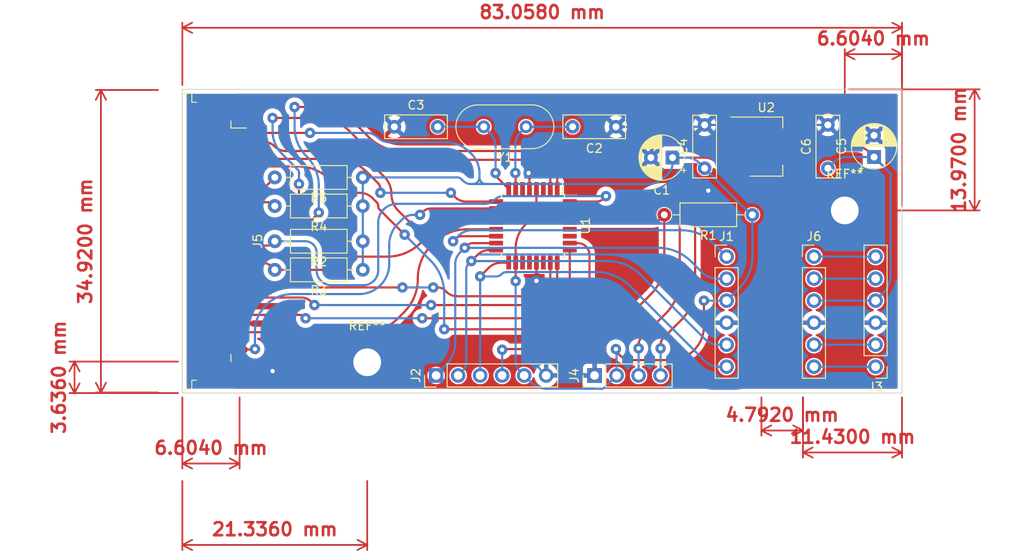
<source format=kicad_pcb>
(kicad_pcb (version 20211014) (generator pcbnew)
  (layers (0 "F.Cu" signal) (31 "B.Cu" signal) (34 "B.Paste" user) (35 "F.Paste" user) (36 "B.SilkS" user "B.Silkscreen") (37 "F.SilkS" user "F.Silkscreen") (38 "B.Mask" user) (39 "F.Mask" user) (44 "Edge.Cuts" user))
  (net 0 "")
  (net 1 "+5V")
  (net 2 "GND")
  (net 3 "+3.3V")
  (net 4 "Net-(J1-Pad1)")
  (net 5 "Net-(J1-Pad2)")
  (net 6 "Net-(J1-Pad5)")
  (net 7 "Net-(J1-Pad6)")
  (net 8 "Net-(J2-Pad4)")
  (net 9 "Net-(J4-Pad3)")
  (net 10 "Net-(J5-Pad2)")
  (net 11 "Net-(J5-Pad4)")
  (net 12 "Net-(J5-Pad6)")
  (net 14 "Net-(J5-Pad8)")
  (net 15 "Net-(J5-Pad9)")
  (net 16 "Net-(J5-Pad10)")
  (net 18 "Net-(J5-Pad12)")
  (net 20 "Net-(J5-Pad14)")
  (net 22 "Net-(J5-Pad16)")
  (net 24 "Net-(J5-Pad18)")
  (net 26 "Net-(J5-Pad20)")
  (net 27 "Net-(J5-Pad22)")
  (net 28 "Net-(J5-Pad24)")
  (net 29 "Net-(J4-Pad4)")
  (net 34 "Net-(J3-Pad1)")
  (net 35 "Net-(J3-Pad2)")
  (net 36 "Net-(J3-Pad5)")
  (net 37 "Net-(J3-Pad6)")
  (net 39 "Net-(C2-Pad2)")
  (net 40 "Net-(C3-Pad2)")
  (net 43 "Net-(J5-Pad26)")
  (footprint "Capacitor_THT:C_Disc_D7.0mm_W2.5mm_P5.00mm" (layer "F.Cu") (at 111.76 49.53 180)
    (fp_text reference "C2")
    (fp_text value "22pF")
  )
  (footprint "Connector_PinHeader_2.54mm:PinHeader_1x06_P2.54mm_Vertical" (layer "F.Cu") (at 141.732 77.216 180)
    (fp_text reference "J3")
    (fp_text value "Level shifter LV")
  )
  (footprint "Package_QFP:TQFP-32_7x7mm_P0.8mm" (layer "F.Cu") (at 102.188 60.96 -90)
    (fp_text reference "U1")
    (fp_text value "ATmega328PB-A")
  )
  (footprint "Connector_PinHeader_2.54mm:PinHeader_1x06_P2.54mm_Vertical" (layer "F.Cu") (at 91.012 78.232 90)
    (fp_text reference "J2")
    (fp_text value "ICSP - 328P")
  )
  (footprint "Package_TO_SOT_SMD:SOT-223-3_TabPin2" (layer "F.Cu") (at 129.112 51.816)
    (fp_text reference "U2")
    (fp_text value "AMS1117-3.3")
  )
  (footprint "Resistor_THT:R_Axial_DIN0207_L6.3mm_D2.5mm_P10.16mm_Horizontal" (layer "F.Cu") (at 82.55 62.738 180)
    (fp_text reference "R2")
    (fp_text value "1k")
  )
  (footprint "Crystal:Crystal_HC49-U_Vertical" (layer "F.Cu") (at 101.386 49.53 180)
    (fp_text reference "Y1")
    (fp_text value "16MHz")
  )
  (footprint "Connector_PinHeader_2.54mm:PinHeader_1x04_P2.54mm_Vertical" (layer "F.Cu") (at 109.3 78.232 90)
    (fp_text reference "J4")
    (fp_text value "Conn_01x04")
  )
  (footprint "Connector_PinHeader_2.54mm:PinHeader_1x06_P2.54mm_Vertical" (layer "F.Cu") (at 134.62 64.516)
    (fp_text reference "J6")
    (fp_text value "SD")
  )
  (footprint "Capacitor_THT:C_Disc_D7.0mm_W2.5mm_P5.00mm" (layer "F.Cu") (at 136.224 54.316 90)
    (fp_text reference "C6")
    (fp_text value "100nF")
  )
  (footprint "Resistor_THT:R_Axial_DIN0207_L6.3mm_D2.5mm_P10.16mm_Horizontal" (layer "F.Cu") (at 127.508 59.69 180)
    (fp_text reference "R1")
    (fp_text value "10k")
  )
  (footprint "Capacitor_THT:C_Disc_D7.0mm_W2.5mm_P5.00mm" (layer "F.Cu") (at 86.186 49.53)
    (fp_text reference "C3")
    (fp_text value "22pF")
  )
  (footprint "Connector_PinHeader_2.54mm:PinHeader_1x06_P2.54mm_Vertical" (layer "F.Cu") (at 124.54 64.516)
    (fp_text reference "J1")
    (fp_text value "Level shifter HV")
  )
  (footprint "Capacitor_THT:C_Disc_D7.0mm_W2.5mm_P5.00mm" (layer "F.Cu") (at 122 54.316 90)
    (fp_text reference "C4")
    (fp_text value "100nF")
  )
  (footprint "MountingHole:MountingHole_3.2mm_M3" (layer "F.Cu") (at 83.058 76.708)
    (fp_text reference "REF**")
    (fp_text value "MountingHole_3.2mm_M3")
  )
  (footprint "Resistor_THT:R_Axial_DIN0207_L6.3mm_D2.5mm_P10.16mm_Horizontal" (layer "F.Cu") (at 82.55 58.674 180)
    (fp_text reference "R4")
    (fp_text value "1k")
  )
  (footprint "Connector_FFC-FPC:TE_2-84953-6_1x26-1MP_P1.0mm_Horizontal" (layer "F.Cu") (at 66.414 62.738 -90)
    (fp_text reference "J5")
    (fp_text value "Floppy")
  )
  (footprint "Resistor_THT:R_Axial_DIN0207_L6.3mm_D2.5mm_P10.16mm_Horizontal" (layer "F.Cu") (at 82.55 55.372 180)
    (fp_text reference "R5")
    (fp_text value "1k")
  )
  (footprint "MountingHole:MountingHole_3.2mm_M3" (layer "F.Cu") (at 138.176 59.182)
    (fp_text reference "REF**")
    (fp_text value "MountingHole_3.2mm_M3")
  )
  (footprint "Capacitor_THT:CP_Radial_D5.0mm_P2.50mm" (layer "F.Cu") (at 118.299113 53.086 180)
    (fp_text reference "C1")
    (fp_text value "10uF")
  )
  (footprint "Capacitor_THT:CP_Radial_D5.0mm_P2.50mm" (layer "F.Cu") (at 141.558 53.021113 90)
    (fp_text reference "C5")
    (fp_text value "100uF")
  )
  (footprint "Resistor_THT:R_Axial_DIN0207_L6.3mm_D2.5mm_P10.16mm_Horizontal" (layer "F.Cu") (at 82.55 66.04 180)
    (fp_text reference "R3")
    (fp_text value "1k")
  )
  (gr_rect (start 61.722 45.212) (end 144.78 80.264) (layer "Edge.Cuts") (width 0.1) (fill none))
  (dimension (type aligned) (layer "F.Cu") (pts (xy 138.176 59.182) (xy 144.78 59.182)) (height -18.034) (gr_text "6.6040 mm" (at 141.478 39.348) (layer "F.Cu") (effects (font (size 1.5 1.5) (thickness 0.3)))) (format (units 3) (units_format 1) (precision 4)) (style (thickness 0.2) (arrow_length 1.27) (text_position_mode 0) (extension_height 0.58642) (extension_offset 0.5) keep_text_aligned))
  (dimension (type aligned) (layer "F.Cu") (pts (xy 138.176 59.182) (xy 138.176 45.212)) (height 14.986) (gr_text "13.9700 mm" (at 151.362 52.197 90) (layer "F.Cu") (effects (font (size 1.5 1.5) (thickness 0.3)))) (format (units 3) (units_format 1) (precision 4)) (style (thickness 0.2) (arrow_length 1.27) (text_position_mode 0) (extension_height 0.58642) (extension_offset 0.5) keep_text_aligned))
  (dimension (type aligned) (layer "F.Cu") (pts (xy 144.78 45.212) (xy 61.722 45.212)) (height 7.112) (gr_text "83.0580 mm" (at 103.251 36.3) (layer "F.Cu") (effects (font (size 1.5 1.5) (thickness 0.3)))) (format (units 3) (units_format 1) (precision 4)) (style (thickness 0.2) (arrow_length 1.27) (text_position_mode 0) (extension_height 0.58642) (extension_offset 0.5) keep_text_aligned))
  (dimension (type aligned) (layer "F.Cu") (pts (xy 61.722 80.264) (xy 61.722 76.628)) (height -12.446) (gr_text "3.6360 mm" (at 47.476 78.446 90) (layer "F.Cu") (effects (font (size 1.5 1.5) (thickness 0.3)))) (format (units 3) (units_format 1) (precision 4)) (style (thickness 0.2) (arrow_length 1.27) (text_position_mode 0) (extension_height 0.58642) (extension_offset 0.5) keep_text_aligned))
  (dimension (type aligned) (layer "F.Cu") (pts (xy 59.414 45.278) (xy 59.414 80.198)) (height 7.09) (gr_text "34.9200 mm" (at 50.524 62.738 90) (layer "F.Cu") (effects (font (size 1.5 1.5) (thickness 0.3)))) (format (units 3) (units_format 1) (precision 4)) (style (thickness 0.2) (arrow_length 1.27) (text_position_mode 0) (extension_height 0.58642) (extension_offset 0.5) keep_text_aligned))
  (dimension (type aligned) (layer "F.Cu") (pts (xy 128.558 80.264) (xy 133.35 80.264)) (height 4.318) (gr_text "4.7920 mm" (at 130.954 82.782) (layer "F.Cu") (effects (font (size 1.5 1.5) (thickness 0.3)))) (format (units 3) (units_format 1) (precision 4)) (style (thickness 0.2) (arrow_length 1.27) (text_position_mode 0) (extension_height 0.58642) (extension_offset 0.5) keep_text_aligned))
  (dimension (type aligned) (layer "F.Cu") (pts (xy 133.35 80.264) (xy 144.78 80.264)) (height 6.858) (gr_text "11.4300 mm" (at 139.065 85.322) (layer "F.Cu") (effects (font (size 1.5 1.5) (thickness 0.3)))) (format (units 3) (units_format 1) (precision 4)) (style (thickness 0.2) (arrow_length 1.27) (text_position_mode 0) (extension_height 0.58642) (extension_offset 0.5) keep_text_aligned))
  (dimension (type aligned) (layer "F.Cu") (pts (xy 83.058 89.916) (xy 61.722 89.916)) (height -7.874) (gr_text "21.3360 mm" (at 72.39 95.99) (layer "F.Cu") (effects (font (size 1.5 1.5) (thickness 0.3)))) (format (units 3) (units_format 1) (precision 4)) (style (thickness 0.2) (arrow_length 1.27) (text_position_mode 0) (extension_height 0.58642) (extension_offset 0.5) keep_text_aligned))
  (dimension (type aligned) (layer "F.Cu") (pts (xy 68.326 80.264) (xy 61.722 80.264)) (height -8.128) (gr_text "6.6040 mm" (at 65.024 86.592) (layer "F.Cu") (effects (font (size 1.5 1.5) (thickness 0.3)))) (format (units 3) (units_format 1) (precision 4)) (style (thickness 0.2) (arrow_length 1.27) (text_position_mode 0) (extension_height 0.58642) (extension_offset 0.5) keep_text_aligned))
  (segment (start 121.92 72.551553) (end 121.92 69.596) (width 0.25) (layer "F.Cu") (net 1))
  (segment (start 112.268 75.946) (end 111.849802 75.527802) (width 0.25) (layer "F.Cu") (net 1))
  (segment (start 100.188 66.5425) (end 100.188 67.0755) (width 0.25) (layer "F.Cu") (net 1))
  (segment (start 65.786 51.197394) (end 65.786 51.951206) (width 0.25) (layer "F.Cu") (net 1))
  (segment (start 76.454 50.238) (end 66.745394 50.238) (width 0.25) (layer "F.Cu") (net 1))
  (segment (start 122.03368 53.086) (end 118.299113 53.086) (width 0.25) (layer "F.Cu") (net 1))
  (segment (start 65.786 52.188793) (end 65.786 51.951206) (width 0.25) (layer "F.Cu") (net 1))
  (segment (start 100.188 66.276) (end 100.188 66.5425) (width 0.25) (layer "F.Cu") (net 1))
  (segment (start 101.586029 60.54597) (end 101.342704 60.789294) (width 0.25) (layer "F.Cu") (net 1))
  (segment (start 66.072793 52.238) (end 67.324 52.238) (width 0.25) (layer "F.Cu") (net 1))
  (segment (start 113.49442 76.454) (end 118.017553 76.454) (width 0.25) (layer "F.Cu") (net 1))
  (segment (start 100.188 64.144) (end 100.188 64.711) (width 0.25) (layer "F.Cu") (net 1))
  (segment (start 100.188 65.21) (end 100.188 66.276) (width 0.25) (layer "F.Cu") (net 1))
  (segment (start 65.786 52.188793) (end 65.786 53.572228) (width 0.25) (layer "F.Cu") (net 1))
  (segment (start 100.188 65.21) (end 100.188 64.711) (width 0.25) (layer "F.Cu") (net 1))
  (segment (start 66.451771 54.238) (end 67.324 54.238) (width 0.25) (layer "F.Cu") (net 1))
  (segment (start 124.520319 54.116) (end 125.962 54.116) (width 0.25) (layer "F.Cu") (net 1))
  (segment (start 100.188 67.342) (end 100.188 67.0755) (width 0.25) (layer "F.Cu") (net 1))
  (segment (start 102.588 58.127) (end 102.588 56.71) (width 0.25) (layer "F.Cu") (net 1))
  (segment (start 100.188 63.71875) (end 100.188 64.00225) (width 0.25) (layer "F.Cu") (net 1))
  (segment (start 100.188 63.71875) (end 100.188 63.577) (width 0.25) (layer "F.Cu") (net 1))
  (segment (start 100.188 64.00225) (end 100.188 64.144) (width 0.25) (layer "F.Cu") (net 1))
  (segment (start 111.76 75.184) (end 111.76 75.311) (width 0.25) (layer "F.Cu") (net 1))
  (via (at 100.188 67.342) (size 1.2) (drill 0.5) (layers "F.Cu" "B.Cu") (net 1))
  (via (at 121.92 69.596) (size 1.2) (drill 0.5) (layers "F.Cu" "B.Cu") (net 1))
  (via (at 76.454 50.238) (size 1.2) (drill 0.5) (layers "F.Cu" "B.Cu") (net 1))
  (via (at 111.76 75.184) (size 1.2) (drill 0.5) (layers "F.Cu" "B.Cu") (net 1))
  (arc (start 65.981 54.043) (mid 65.836678 53.827008) (end 65.786 53.572228) (width 0.25) (layer "F.Cu") (net 1))
  (arc (start 124.520319 54.116) (mid 123.847439 53.982155) (end 123.277 53.601) (width 0.25) (layer "F.Cu") (net 1))
  (arc (start 66.067 50.519) (mid 66.378249 50.311029) (end 66.745394 50.238) (width 0.25) (layer "F.Cu") (net 1))
  (arc (start 65.981 54.043) (mid 66.196991 54.187321) (end 66.451771 54.238) (width 0.25) (layer "F.Cu") (net 1))
  (arc (start 121.92 72.551553) (mid 121.622943 74.044955) (end 120.777 75.311) (width 0.25) (layer "F.Cu") (net 1))
  (arc (start 65.786 52.188793) (mid 65.816375 52.143333) (end 65.87 52.154) (width 0.25) (layer "F.Cu") (net 1))
  (arc (start 102.588 58.127) (mid 102.327596 59.436137) (end 101.586029 60.54597) (width 0.25) (layer "F.Cu") (net 1))
  (arc (start 65.87 52.154) (mid 65.963042 52.216169) (end 66.072793 52.238) (width 0.25) (layer "F.Cu") (net 1))
  (arc (start 101.342704 60.789294) (mid 100.488097 62.068304) (end 100.188 63.577) (width 0.25) (layer "F.Cu") (net 1))
  (arc (start 120.777 75.311) (mid 119.510955 76.156943) (end 118.017553 76.454) (width 0.25) (layer "F.Cu") (net 1))
  (arc (start 112.268 75.946) (mid 112.830686 76.321975) (end 113.49442 76.454) (width 0.25) (layer "F.Cu") (net 1))
  (arc (start 65.786 51.951206) (mid 65.80783 52.060957) (end 65.87 52.154) (width 0.25) (layer "F.Cu") (net 1))
  (arc (start 66.067 50.519) (mid 65.859029 50.830249) (end 65.786 51.197394) (width 0.25) (layer "F.Cu") (net 1))
  (arc (start 111.76 75.311) (mid 111.783338 75.428332) (end 111.849802 75.527802) (width 0.25) (layer "F.Cu") (net 1))
  (arc (start 123.277 53.601) (mid 122.706559 53.219844) (end 122.03368 53.086) (width 0.25) (layer "F.Cu") (net 1))
  (segment (start 110.0655 79.756) (end 109.8985 79.756) (width 0.25) (layer "B.Cu") (net 1))
  (segment (start 101.394 78.454) (end 101.664 78.724) (width 0.25) (layer "B.Cu") (net 1))
  (segment (start 96.774 56.134) (end 95.25 56.134) (width 0.25) (layer "B.Cu") (net 1))
  (segment (start 101.8665 78.9265) (end 101.934 78.994) (width 0.25) (layer "B.Cu") (net 1))
  (segment (start 110.149 79.756) (end 110.0655 79.756) (width 0.25) (layer "B.Cu") (net 1))
  (segment (start 96.774 56.134) (end 115.374646 56.134) (width 0.25) (layer "B.Cu") (net 1))
  (segment (start 121.385 53.701) (end 121.6925 54.0085) (width 0.25) (layer "B.Cu") (net 1))
  (segment (start 125.282 68.854) (end 126.024 68.112) (width 0.25) (layer "B.Cu") (net 1))
  (segment (start 83.009395 50.238) (end 76.454 50.238) (width 0.25) (layer "B.Cu") (net 1))
  (segment (start 103.77363 79.756) (end 109.481 79.756) (width 0.25) (layer "B.Cu") (net 1))
  (segment (start 111.8 75.224) (end 111.76 75.184) (width 0.25) (layer "B.Cu") (net 1))
  (segment (start 119.900258 53.086) (end 118.966556 53.086) (width 0.25) (layer "B.Cu") (net 1))
  (segment (start 101.7315 78.7915) (end 101.664 78.724) (width 0.25) (layer "B.Cu") (net 1))
  (segment (start 121.6925 54.0085) (end 122.3075 54.6235) (width 0.25) (layer "B.Cu") (net 1))
  (segment (start 94.107 55.753) (end 93.9165 55.5625) (width 0.25) (layer "B.Cu") (net 1))
  (segment (start 122.615 54.931) (end 122.3075 54.6235) (width 0.25) (layer "B.Cu") (net 1))
  (segment (start 122.615 54.931) (end 123.845 56.161) (width 0.25) (layer "B.Cu") (net 1))
  (segment (start 100.68 77.74) (end 101.394 78.454) (width 0.25) (layer "B.Cu") (net 1))
  (segment (start 111.078 78.994) (end 110.434086 79.637913) (width 0.25) (layer "B.Cu") (net 1))
  (segment (start 96.012 55.372) (end 96.012 54.864) (width 0.25) (layer "B.Cu") (net 1))
  (segment (start 111.84 77.154369) (end 111.84 75.320568) (width 0.25) (layer "B.Cu") (net 1))
  (segment (start 92.109553 51.308) (end 85.592604 51.308) (width 0.25) (layer "B.Cu") (net 1))
  (segment (start 95.026815 56.134) (end 95.25 56.134) (width 0.25) (layer "B.Cu") (net 1))
  (segment (start 127.508 64.529307) (end 127.508 59.69) (width 0.25) (layer "B.Cu") (net 1))
  (segment (start 101.7315 78.7915) (end 101.8665 78.9265) (width 0.25) (layer "B.Cu") (net 1))
  (segment (start 95.113974 52.695974) (end 94.869 52.451) (width 0.25) (layer "B.Cu") (net 1))
  (segment (start 100.188 67.342) (end 100.188 76.552206) (width 0.25) (layer "B.Cu") (net 1))
  (segment (start 117.442556 55.277443) (end 117.827159 54.89284) (width 0.25) (layer "B.Cu") (net 1))
  (segment (start 109.815 79.756) (end 109.481 79.756) (width 0.25) (layer "B.Cu") (net 1))
  (segment (start 109.815 79.756) (end 109.8985 79.756) (width 0.25) (layer "B.Cu") (net 1))
  (segment (start 93.456592 55.372) (end 82.55 55.372) (width 0.25) (layer "B.Cu") (net 1))
  (segment (start 123.490653 69.596) (end 121.92 69.596) (width 0.25) (layer "B.Cu") (net 1))
  (segment (start 123.845 56.161) (end 127.508 59.824) (width 0.25) (layer "B.Cu") (net 1))
  (segment (start 82.55 55.372) (end 82.55 66.04) (width 0.25) (layer "B.Cu") (net 1))
  (arc (start 127.508 64.529307) (mid 127.12232 66.468246) (end 126.024 68.112) (width 0.25) (layer "B.Cu") (net 1))
  (arc (start 83.009395 50.238) (mid 83.708406 50.377041) (end 84.301 50.773) (width 0.25) (layer "B.Cu") (net 1))
  (arc (start 111.84 77.154369) (mid 111.641962 78.14997) (end 111.078 78.994) (width 0.25) (layer "B.Cu") (net 1))
  (arc (start 96.012 55.372) (mid 96.235184 55.910815) (end 96.774 56.134) (width 0.25) (layer "B.Cu") (net 1))
  (arc (start 94.107 55.753) (mid 94.529014 56.034981) (end 95.026815 56.134) (width 0.25) (layer "B.Cu") (net 1))
  (arc (start 96.012 55.372) (mid 95.788815 55.910815) (end 95.25 56.134) (width 0.25) (layer "B.Cu") (net 1))
  (arc (start 94.869 52.451) (mid 93.602955 51.605056) (end 92.109553 51.308) (width 0.25) (layer "B.Cu") (net 1))
  (arc (start 100.68 77.74) (mid 100.315866 77.195035) (end 100.188 76.552206) (width 0.25) (layer "B.Cu") (net 1))
  (arc (start 103.77363 79.756) (mid 102.778029 79.557962) (end 101.934 78.994) (width 0.25) (layer "B.Cu") (net 1))
  (arc (start 118.299113 53.753443) (mid 118.176456 54.37008) (end 117.827159 54.89284) (width 0.25) (layer "B.Cu") (net 1))
  (arc (start 96.012 54.864) (mid 95.77861 53.690672) (end 95.113974 52.695974) (width 0.25) (layer "B.Cu") (net 1))
  (arc (start 111.8 75.224) (mid 111.829604 75.268305) (end 111.84 75.320568) (width 0.25) (layer "B.Cu") (net 1))
  (arc (start 93.9165 55.5625) (mid 93.705492 55.421509) (end 93.456592 55.372) (width 0.25) (layer "B.Cu") (net 1))
  (arc (start 117.442556 55.277443) (mid 116.493791 55.911388) (end 115.374646 56.134) (width 0.25) (layer "B.Cu") (net 1))
  (arc (start 125.282 68.854) (mid 124.460123 69.40316) (end 123.490653 69.596) (width 0.25) (layer "B.Cu") (net 1))
  (arc (start 121.385 53.701) (mid 120.703794 53.245833) (end 119.900258 53.086) (width 0.25) (layer "B.Cu") (net 1))
  (arc (start 84.301 50.773) (mid 84.893593 51.168958) (end 85.592604 51.308) (width 0.25) (layer "B.Cu") (net 1))
  (arc (start 110.149 79.756) (mid 110.303287 79.72531) (end 110.434086 79.637913) (width 0.25) (layer "B.Cu") (net 1))
  (arc (start 118.299113 53.753443) (mid 118.494602 53.281489) (end 118.966556 53.086) (width 0.25) (layer "B.Cu") (net 1))
  (segment (start 66.7385 77.4065) (end 66.8655 77.5335) (width 0.25) (layer "F.Cu") (net 2))
  (segment (start 102.588 67.31) (end 102.588 65.21) (width 0.25) (layer "F.Cu") (net 2))
  (segment (start 65.786 74.143102) (end 65.786 73.684897) (width 0.25) (layer "F.Cu") (net 2))
  (segment (start 66.339102 74.238) (end 67.324 74.238) (width 0.25) (layer "F.Cu") (net 2))
  (segment (start 65.786 73.684897) (end 65.786 72.208124) (width 0.25) (layer "F.Cu") (net 2))
  (segment (start 101.788 55.048367) (end 101.788 56.71) (width 0.25) (layer "F.Cu") (net 2))
  (segment (start 65.786 72.063875) (end 65.786 72.208124) (width 0.25) (layer "F.Cu") (net 2))
  (segment (start 66.424457 70.238) (end 67.324 70.238) (width 0.25) (layer "F.Cu") (net 2))
  (segment (start 122.176864 51.308) (end 117.576018 51.308) (width 0.25) (layer "F.Cu") (net 2))
  (segment (start 65.960124 72.238) (end 67.324 72.238) (width 0.25) (layer "F.Cu") (net 2))
  (segment (start 101.68 54.864) (end 101.734 54.918) (width 0.25) (layer "F.Cu") (net 2))
  (segment (start 124.339999 50.411999) (end 124.97932 49.772679) (width 0.25) (layer "F.Cu") (net 2))
  (segment (start 125.599 49.516) (end 125.962 49.516) (width 0.25) (layer "F.Cu") (net 2))
  (segment (start 116.319556 51.828443) (end 116.059721 52.088277) (width 0.25) (layer "F.Cu") (net 2))
  (segment (start 67.235605 77.724) (end 72.136 77.724) (width 0.25) (layer "F.Cu") (net 2))
  (segment (start 66.7385 77.4065) (end 66.294 76.962) (width 0.25) (layer "F.Cu") (net 2))
  (segment (start 66.929 77.597) (end 66.8655 77.5335) (width 0.25) (layer "F.Cu") (net 2))
  (segment (start 115.799113 52.717443) (end 115.799113 53.086) (width 0.25) (layer "F.Cu") (net 2))
  (segment (start 65.786 75.735579) (end 65.786 74.143102) (width 0.25) (layer "F.Cu") (net 2))
  (segment (start 65.786 70.876457) (end 65.786 72.063875) (width 0.25) (layer "F.Cu") (net 2))
  (via (at 72.136 77.724) (size 1.2) (drill 0.5) (layers "F.Cu" "B.Cu") (net 2))
  (via (at 101.68 54.864) (size 1.2) (drill 0.5) (layers "F.Cu" "B.Cu") (net 2))
  (via (at 122.428 56.896) (size 1.2) (drill 0.5) (layers "F.Cu" "B.Cu") (net 2))
  (via (at 102.588 67.31) (size 1.2) (drill 0.5) (layers "F.Cu" "B.Cu") (net 2))
  (arc (start 65.786 75.735579) (mid 65.918024 76.399313) (end 66.294 76.962) (width 0.25) (layer "F.Cu") (net 2))
  (arc (start 67.235605 77.724) (mid 67.069671 77.690993) (end 66.929 77.597) (width 0.25) (layer "F.Cu") (net 2))
  (arc (start 65.786 70.876457) (mid 65.834599 70.63213) (end 65.973 70.425) (width 0.25) (layer "F.Cu") (net 2))
  (arc (start 65.960124 72.238) (mid 65.893489 72.224745) (end 65.837 72.187) (width 0.25) (layer "F.Cu") (net 2))
  (arc (start 65.837 72.187) (mid 65.804442 72.180523) (end 65.786 72.208124) (width 0.25) (layer "F.Cu") (net 2))
  (arc (start 65.948 74.076) (mid 65.844581 74.055428) (end 65.786 74.143102) (width 0.25) (layer "F.Cu") (net 2))
  (arc (start 124.339999 50.411999) (mid 123.347544 51.075136) (end 122.176864 51.308) (width 0.25) (layer "F.Cu") (net 2))
  (arc (start 116.319556 51.828443) (mid 116.896025 51.443258) (end 117.576018 51.308) (width 0.25) (layer "F.Cu") (net 2))
  (arc (start 101.788 55.048367) (mid 101.773965 54.977812) (end 101.734 54.918) (width 0.25) (layer "F.Cu") (net 2))
  (arc (start 115.799113 52.717443) (mid 115.866842 52.376941) (end 116.059721 52.088277) (width 0.25) (layer "F.Cu") (net 2))
  (arc (start 65.973 70.425) (mid 66.18013 70.286599) (end 66.424457 70.238) (width 0.25) (layer "F.Cu") (net 2))
  (arc (start 66.339102 74.238) (mid 66.127439 74.195897) (end 65.948 74.076) (width 0.25) (layer "F.Cu") (net 2))
  (arc (start 65.948 74.076) (mid 65.828102 73.89656) (end 65.786 73.684897) (width 0.25) (layer "F.Cu") (net 2))
  (arc (start 65.786 72.063875) (mid 65.799254 72.130509) (end 65.837 72.187) (width 0.25) (layer "F.Cu") (net 2))
  (arc (start 125.599 49.516) (mid 125.263631 49.582708) (end 124.97932 49.772679) (width 0.25) (layer "F.Cu") (net 2))
  (segment (start 115.841597 49.53) (end 115.806402 49.53) (width 0.25) (layer "B.Cu") (net 2))
  (segment (start 112.632272 73.66) (end 116.165159 73.66) (width 0.25) (layer "B.Cu") (net 2))
  (segment (start 86.738901 48.977098) (end 86.186 49.53) (width 0.25) (layer "B.Cu") (net 2))
  (segment (start 87.665098 48.050901) (end 86.738901 48.977098) (width 0.25) (layer "B.Cu") (net 2))
  (segment (start 123.10284 79.756) (end 125.355269 79.756) (width 0.25) (layer "B.Cu") (net 2))
  (segment (start 131.536213 72.136) (end 130.054927 72.136) (width 0.25) (layer "B.Cu") (net 2))
  (segment (start 108.019792 53.270207) (end 110.743999 50.545999) (width 0.25) (layer "B.Cu") (net 2))
  (segment (start 133.327213 72.136) (end 131.536213 72.136) (width 0.25) (layer "B.Cu") (net 2))
  (segment (start 129.257715 72.136) (end 129.314284 72.136) (width 0.25) (layer "B.Cu") (net 2))
  (segment (start 140.519144 72.136) (end 141.732 72.136) (width 0.25) (layer "B.Cu") (net 2))
  (segment (start 129.326 72.067715) (end 129.326 72.124284) (width 0.25) (layer "B.Cu") (net 2))
  (segment (start 113.19684 49.53) (end 115.806402 49.53) (width 0.25) (layer "B.Cu") (net 2))
  (segment (start 115.799113 49.572484) (end 115.799113 53.086) (width 0.25) (layer "B.Cu") (net 2))
  (segment (start 121.634679 49.53) (end 115.841597 49.53) (width 0.25) (layer "B.Cu") (net 2))
  (segment (start 88.128197 47.587802) (end 87.665098 48.050901) (width 0.25) (layer "B.Cu") (net 2))
  (segment (start 120.65 78.74) (end 120.35242 78.44242) (width 0.25) (layer "B.Cu") (net 2))
  (segment (start 134.189071 72.136) (end 133.327213 72.136) (width 0.25) (layer "B.Cu") (net 2))
  (segment (start 107.99 78.232) (end 104.506788 78.232) (width 0.25) (layer "B.Cu") (net 2))
  (segment (start 126.982856 49.316) (end 122.15132 49.316) (width 0.25) (layer "B.Cu") (net 2))
  (segment (start 104.172036 54.864) (end 101.68 54.864) (width 0.25) (layer "B.Cu") (net 2))
  (segment (start 110.226309 74.68569) (end 110.276 74.636) (width 0.25) (layer "B.Cu") (net 2))
  (segment (start 88.5355 47.498) (end 88.4085 47.498) (width 0.25) (layer "B.Cu") (net 2))
  (segment (start 138.093432 72.136) (end 135.050929 72.136) (width 0.25) (layer "B.Cu") (net 2))
  (segment (start 135.050929 72.136) (end 134.189071 72.136) (width 0.25) (layer "B.Cu") (net 2))
  (segment (start 129.326 51.315998) (end 129.326 72.067715) (width 0.25) (layer "B.Cu") (net 2))
  (segment (start 102.588 67.31) (end 102.588 76.313211) (width 0.25) (layer "B.Cu") (net 2))
  (segment (start 130.054927 72.136) (end 129.314284 72.136) (width 0.25) (layer "B.Cu") (net 2))
  (segment (start 118.618 74.676) (end 118.915579 74.973579) (width 0.25) (layer "B.Cu") (net 2))
  (segment (start 138.281256 50.521113) (end 141.558 50.521113) (width 0.25) (layer "B.Cu") (net 2))
  (segment (start 131.325998 49.316) (end 135.371856 49.316) (width 0.25) (layer "B.Cu") (net 2))
  (segment (start 108.291159 47.498) (end 88.5355 47.498) (width 0.25) (layer "B.Cu") (net 2))
  (segment (start 129.257715 72.136) (end 124.54 72.136) (width 0.25) (layer "B.Cu") (net 2))
  (segment (start 129.326 75.785269) (end 129.326 72.124284) (width 0.25) (layer "B.Cu") (net 2))
  (segment (start 88.4085 47.498) (end 88.345 47.498) (width 0.25) (layer "B.Cu") (net 2))
  (segment (start 140.519144 72.136) (end 138.093432 72.136) (width 0.25) (layer "B.Cu") (net 2))
  (segment (start 126.982856 49.316) (end 131.325998 49.316) (width 0.25) (layer "B.Cu") (net 2))
  (arc (start 115.841597 49.53) (mid 115.825339 49.533233) (end 115.811556 49.542443) (width 0.25) (layer "B.Cu") (net 2))
  (arc (start 128.163 78.593) (mid 129.023746 77.304802) (end 129.326 75.785269) (width 0.25) (layer "B.Cu") (net 2))
  (arc (start 136.826556 49.918556) (mid 136.159134 49.472599) (end 135.371856 49.316) (width 0.25) (layer "B.Cu") (net 2))
  (arc (start 103.15 77.67) (mid 103.772499 78.08594) (end 104.506788 78.232) (width 0.25) (layer "B.Cu") (net 2))
  (arc (start 129.306 72.116) (mid 129.283846 72.130802) (end 129.257715 72.136) (width 0.25) (layer "B.Cu") (net 2))
  (arc (start 115.811556 49.542443) (mid 115.802346 49.556226) (end 115.799113 49.572484) (width 0.25) (layer "B.Cu") (net 2))
  (arc (start 88.128197 47.587802) (mid 88.227667 47.521338) (end 88.345 47.498) (width 0.25) (layer "B.Cu") (net 2))
  (arc (start 121.634679 49.53) (mid 121.774481 49.502191) (end 121.893 49.423) (width 0.25) (layer "B.Cu") (net 2))
  (arc (start 112.632272 73.66) (mid 111.357066 73.913654) (end 110.276 74.636) (width 0.25) (layer "B.Cu") (net 2))
  (arc (start 129.326 51.315998) (mid 129.911785 49.901785) (end 131.325998 49.316) (width 0.25) (layer "B.Cu") (net 2))
  (arc (start 109.3 76.922) (mid 109.540739 75.711717) (end 110.226309 74.68569) (width 0.25) (layer "B.Cu") (net 2))
  (arc (start 110.744 48.514) (mid 111.16484 49.529999) (end 110.743999 50.545999) (width 0.25) (layer "B.Cu") (net 2))
  (arc (start 120.65 78.74) (mid 121.775372 79.49195) (end 123.10284 79.756) (width 0.25) (layer "B.Cu") (net 2))
  (arc (start 129.306 72.116) (mid 129.30346 72.128767) (end 129.314284 72.136) (width 0.25) (layer "B.Cu") (net 2))
  (arc (start 108.019792 53.270207) (mid 106.254426 54.449786) (end 104.172036 54.864) (width 0.25) (layer "B.Cu") (net 2))
  (arc (start 128.163 78.593) (mid 126.874802 79.453746) (end 125.355269 79.756) (width 0.25) (layer "B.Cu") (net 2))
  (arc (start 109.3 76.922) (mid 108.916309 77.848309) (end 107.99 78.232) (width 0.25) (layer "B.Cu") (net 2))
  (arc (start 120.35242 78.44242) (mid 119.820711 77.646661) (end 119.634 76.708) (width 0.25) (layer "B.Cu") (net 2))
  (arc (start 102.588 76.313211) (mid 102.734059 77.0475) (end 103.15 77.67) (width 0.25) (layer "B.Cu") (net 2))
  (arc (start 115.806402 49.53) (mid 115.813136 49.534499) (end 115.811556 49.542443) (width 0.25) (layer "B.Cu") (net 2))
  (arc (start 136.826556 49.918556) (mid 137.493978 50.364513) (end 138.281256 50.521113) (width 0.25) (layer "B.Cu") (net 2))
  (arc (start 118.618 74.676) (mid 117.492626 73.924049) (end 116.165159 73.66) (width 0.25) (layer "B.Cu") (net 2))
  (arc (start 129.306 72.116) (mid 129.320802 72.093846) (end 129.326 72.067715) (width 0.25) (layer "B.Cu") (net 2))
  (arc (start 122.15132 49.316) (mid 122.011518 49.343808) (end 121.893 49.423) (width 0.25) (layer "B.Cu") (net 2))
  (arc (start 113.19684 49.53) (mid 111.869372 49.794049) (end 110.743999 50.545999) (width 0.25) (layer "B.Cu") (net 2))
  (arc (start 119.634 76.708) (mid 119.447288 75.769338) (end 118.915579 74.973579) (width 0.25) (layer "B.Cu") (net 2))
  (arc (start 110.744 48.514) (mid 111.869372 49.26595) (end 113.19684 49.53) (width 0.25) (layer "B.Cu") (net 2))
  (arc (start 129.326 51.315998) (mid 128.639709 49.901785) (end 126.982856 49.316) (width 0.25) (layer "B.Cu") (net 2))
  (arc (start 129.306 72.116) (mid 129.318767 72.11346) (end 129.326 72.124284) (width 0.25) (layer "B.Cu") (net 2))
  (arc (start 110.744 48.514) (mid 109.618626 47.762049) (end 108.291159 47.498) (width 0.25) (layer "B.Cu") (net 2))
  (segment (start 126.951214 51.816) (end 125.962 51.816) (width 0.25) (layer "F.Cu") (net 3))
  (segment (start 132.444358 51.816) (end 132.079642 51.816) (width 0.25) (layer "F.Cu") (net 3))
  (segment (start 138.224515 51.816) (end 135.67206 51.816) (width 0.25) (layer "F.Cu") (net 3))
  (segment (start 132.079642 51.816) (end 131.714926 51.816) (width 0.25) (layer "F.Cu") (net 3))
  (segment (start 139.500743 51.816) (end 138.224515 51.816) (width 0.25) (layer "F.Cu") (net 3))
  (segment (start 135.67206 51.816) (end 132.444358 51.816) (width 0.25) (layer "F.Cu") (net 3))
  (segment (start 128.929642 51.816) (end 126.951214 51.816) (width 0.25) (layer "F.Cu") (net 3))
  (segment (start 140.955443 52.418556) (end 141.558 53.021113) (width 0.25) (layer "F.Cu") (net 3))
  (segment (start 128.929642 51.816) (end 131.714926 51.816) (width 0.25) (layer "F.Cu") (net 3))
  (arc (start 139.500743 51.816) (mid 140.288021 51.972599) (end 140.955443 52.418556) (width 0.25) (layer "F.Cu") (net 3))
  (segment (start 142.412164 53.875276) (end 142.439443 53.902555) (width 0.25) (layer "B.Cu") (net 3))
  (segment (start 140.513341 69.596) (end 134.62 69.596) (width 0.25) (layer "B.Cu") (net 3))
  (segment (start 142.412164 53.875276) (end 142.357607 53.820719) (width 0.25) (layer "B.Cu") (net 3))
  (segment (start 142.439443 53.902555) (end 142.466722 53.929834) (width 0.25) (layer "B.Cu") (net 3))
  (segment (start 141.652556 53.021113) (end 141.747113 53.021113) (width 0.25) (layer "B.Cu") (net 3))
  (segment (start 136.871443 53.668556) (end 136.224 54.316) (width 0.25) (layer "B.Cu") (net 3))
  (segment (start 142.357607 53.820719) (end 141.624861 53.087974) (width 0.25) (layer "B.Cu") (net 3))
  (segment (start 142.466722 53.929834) (end 143.428166 54.891278) (width 0.25) (layer "B.Cu") (net 3))
  (segment (start 143.428166 54.891278) (end 143.482722 54.945834) (width 0.25) (layer "B.Cu") (net 3))
  (segment (start 141.463443 53.021113) (end 138.43451 53.021113) (width 0.25) (layer "B.Cu") (net 3))
  (segment (start 142.439443 53.902555) (end 142.466722 53.929834) (width 0.25) (layer "B.Cu") (net 3))
  (segment (start 142.412164 53.875276) (end 142.439443 53.902555) (width 0.25) (layer "B.Cu") (net 3))
  (segment (start 142.357607 53.820719) (end 142.412164 53.875276) (width 0.25) (layer "B.Cu") (net 3))
  (segment (start 142.466722 53.929834) (end 142.494 53.957113) (width 0.25) (layer "B.Cu") (net 3))
  (segment (start 143.455444 54.957132) (end 143.455444 66.653897) (width 0.25) (layer "B.Cu") (net 3))
  (segment (start 141.463443 53.021113) (end 141.652556 53.021113) (width 0.25) (layer "B.Cu") (net 3))
  (segment (start 143.482722 54.945834) (end 143.51 54.973112) (width 0.25) (layer "B.Cu") (net 3))
  (arc (start 141.463443 53.021113) (mid 141.550802 53.038489) (end 141.624861 53.087974) (width 0.25) (layer "B.Cu") (net 3))
  (arc (start 142.439443 53.902555) (mid 142.439443 53.902555) (end 142.439443 53.902555) (width 0.25) (layer "B.Cu") (net 3))
  (arc (start 142.466722 53.929834) (mid 142.466721 53.929833) (end 142.466722 53.929834) (width 0.25) (layer "B.Cu") (net 3))
  (arc (start 143.455444 54.957132) (mid 143.465308 54.942369) (end 143.482722 54.945834) (width 0.25) (layer "B.Cu") (net 3))
  (arc (start 142.593722 68.734278) (mid 141.639235 69.372045) (end 140.513341 69.596) (width 0.25) (layer "B.Cu") (net 3))
  (arc (start 141.652556 53.021113) (mid 141.61637 53.04529) (end 141.624861 53.087974) (width 0.25) (layer "B.Cu") (net 3))
  (arc (start 142.412164 53.875276) (mid 142.412164 53.875276) (end 142.412164 53.875276) (width 0.25) (layer "B.Cu") (net 3))
  (arc (start 143.455444 54.957132) (mid 143.448354 54.921492) (end 143.428166 54.891278) (width 0.25) (layer "B.Cu") (net 3))
  (arc (start 143.455444 66.653897) (mid 143.231489 67.779791) (end 142.593722 68.734278) (width 0.25) (layer "B.Cu") (net 3))
  (arc (start 136.871443 53.668556) (mid 137.588584 53.189377) (end 138.43451 53.021113) (width 0.25) (layer "B.Cu") (net 3))
  (segment (start 93.950707 62.16) (end 97.938 62.16) (width 0.25) (layer "F.Cu") (net 4))
  (segment (start 92.964 62.738) (end 93.253 62.449) (width 0.25) (layer "F.Cu") (net 4))
  (via (at 92.964 62.738) (size 1.2) (drill 0.5) (layers "F.Cu" "B.Cu") (net 4))
  (arc (start 93.950707 62.16) (mid 93.57311 62.235108) (end 93.253 62.449) (width 0.25) (layer "F.Cu") (net 4))
  (segment (start 93.599 62.103) (end 92.964 62.738) (width 0.25) (layer "B.Cu") (net 4))
  (segment (start 95.132025 61.468) (end 119.336738 61.468) (width 0.25) (layer "B.Cu") (net 4))
  (segment (start 123.016 62.992) (end 124.54 64.516) (width 0.25) (layer "B.Cu") (net 4))
  (arc (start 119.336738 61.468) (mid 121.32794 61.864074) (end 123.016 62.992) (width 0.25) (layer "B.Cu") (net 4))
  (arc (start 93.599 62.103) (mid 94.302357 61.633031) (end 95.132025 61.468) (width 0.25) (layer "B.Cu") (net 4))
  (segment (start 95.235837 62.96) (end 97.938 62.96) (width 0.25) (layer "F.Cu") (net 5))
  (segment (start 94.314 63.5) (end 94.584 63.23) (width 0.25) (layer "F.Cu") (net 5))
  (via (at 94.314 63.5) (size 1.2) (drill 0.5) (layers "F.Cu" "B.Cu") (net 5))
  (arc (start 94.584 63.23) (mid 94.883065 63.03017) (end 95.235837 62.96) (width 0.25) (layer "F.Cu") (net 5))
  (segment (start 121.681295 66.309295) (end 120.465792 65.093792) (width 0.25) (layer "B.Cu") (net 5))
  (segment (start 91.012 78.192) (end 91.012 78.232) (width 0.25) (layer "B.Cu") (net 5))
  (segment (start 94.314 63.5) (end 116.618036 63.5) (width 0.25) (layer "B.Cu") (net 5))
  (segment (start 93.218 65.370989) (end 93.218 74.386122) (width 0.25) (layer "B.Cu") (net 5))
  (segment (start 123.484 67.056) (end 124.54 67.056) (width 0.25) (layer "B.Cu") (net 5))
  (segment (start 93.766 64.048) (end 94.314 63.5) (width 0.25) (layer "B.Cu") (net 5))
  (segment (start 92.115 77.049) (end 91.040284 78.123715) (width 0.25) (layer "B.Cu") (net 5))
  (arc (start 92.115 77.049) (mid 92.931339 75.827261) (end 93.218 74.386122) (width 0.25) (layer "B.Cu") (net 5))
  (arc (start 121.681295 66.309295) (mid 122.508383 66.861937) (end 123.484 67.056) (width 0.25) (layer "B.Cu") (net 5))
  (arc (start 93.766 64.048) (mid 93.36042 64.654992) (end 93.218 65.370989) (width 0.25) (layer "B.Cu") (net 5))
  (arc (start 116.618036 63.5) (mid 118.700426 63.914213) (end 120.465792 65.093792) (width 0.25) (layer "B.Cu") (net 5))
  (arc (start 91.012 78.192) (mid 91.01935 78.155044) (end 91.040284 78.123715) (width 0.25) (layer "B.Cu") (net 5))
  (segment (start 95.775021 64.324978) (end 95.076 65.024) (width 0.25) (layer "F.Cu") (net 6))
  (segment (start 97.139 63.76) (end 97.938 63.76) (width 0.25) (layer "F.Cu") (net 6))
  (via (at 95.076 65.024) (size 1.2) (drill 0.5) (layers "F.Cu" "B.Cu") (net 6))
  (arc (start 97.139 63.76) (mid 96.40082 63.906832) (end 95.775021 64.324978) (width 0.25) (layer "F.Cu") (net 6))
  (segment (start 110.776036 65.024) (end 95.076 65.024) (width 0.25) (layer "B.Cu") (net 6))
  (segment (start 122.025097 74.019097) (end 114.623792 66.617792) (width 0.25) (layer "B.Cu") (net 6))
  (segment (start 94.488 76.634148) (end 94.488 66.027778) (width 0.25) (layer "B.Cu") (net 6))
  (segment (start 94.782 65.318) (end 95.076 65.024) (width 0.25) (layer "B.Cu") (net 6))
  (segment (start 94.02 77.764) (end 93.552 78.232) (width 0.25) (layer "B.Cu") (net 6))
  (segment (start 123.611 74.676) (end 124.54 74.676) (width 0.25) (layer "B.Cu") (net 6))
  (arc (start 123.611 74.676) (mid 122.752715 74.505276) (end 122.025097 74.019097) (width 0.25) (layer "B.Cu") (net 6))
  (arc (start 94.782 65.318) (mid 94.564408 65.643649) (end 94.488 66.027778) (width 0.25) (layer "B.Cu") (net 6))
  (arc (start 110.776036 65.024) (mid 112.858426 65.438213) (end 114.623792 66.617792) (width 0.25) (layer "B.Cu") (net 6))
  (arc (start 94.488 76.634148) (mid 94.36637 77.245619) (end 94.02 77.764) (width 0.25) (layer "B.Cu") (net 6))
  (segment (start 96.092 66.802) (end 97.081545 65.812454) (width 0.25) (layer "F.Cu") (net 7))
  (segment (start 98.536 65.21) (end 99.388 65.21) (width 0.25) (layer "F.Cu") (net 7))
  (via (at 96.092 66.802) (size 1.2) (drill 0.5) (layers "F.Cu" "B.Cu") (net 7))
  (arc (start 98.536 65.21) (mid 97.748854 65.366572) (end 97.081545 65.812454) (width 0.25) (layer "F.Cu") (net 7))
  (segment (start 96.092 66.802) (end 97.938789 66.802) (width 0.25) (layer "B.Cu") (net 7))
  (segment (start 122.025097 76.559097) (end 113.353792 67.887792) (width 0.25) (layer "B.Cu") (net 7))
  (segment (start 123.611 77.216) (end 124.54 77.216) (width 0.25) (layer "B.Cu") (net 7))
  (segment (start 99.16521 66.294) (end 109.506036 66.294) (width 0.25) (layer "B.Cu") (net 7))
  (segment (start 96.092 66.802) (end 96.092 78.232) (width 0.25) (layer "B.Cu") (net 7))
  (arc (start 109.506036 66.294) (mid 111.588426 66.708213) (end 113.353792 67.887792) (width 0.25) (layer "B.Cu") (net 7))
  (arc (start 98.552 66.548) (mid 98.833343 66.360012) (end 99.16521 66.294) (width 0.25) (layer "B.Cu") (net 7))
  (arc (start 123.611 77.216) (mid 122.752715 77.045276) (end 122.025097 76.559097) (width 0.25) (layer "B.Cu") (net 7))
  (arc (start 98.552 66.548) (mid 98.270656 66.735987) (end 97.938789 66.802) (width 0.25) (layer "B.Cu") (net 7))
  (segment (start 115.754207 68.903792) (end 111.067792 73.590207) (width 0.25) (layer "F.Cu") (net 8))
  (segment (start 98.672 75.224) (end 98.632 75.264) (width 0.25) (layer "F.Cu") (net 8))
  (segment (start 117.348 60.305182) (end 117.348 65.056036) (width 0.25) (layer "F.Cu") (net 8))
  (segment (start 115.862817 60.56) (end 106.438 60.56) (width 0.25) (layer "F.Cu") (net 8))
  (segment (start 107.220036 75.184) (end 98.768568 75.184) (width 0.25) (layer "F.Cu") (net 8))
  (via (at 98.632 75.264) (size 1.2) (drill 0.5) (layers "F.Cu" "B.Cu") (net 8))
  (arc (start 115.754207 68.903792) (mid 116.933786 67.138426) (end 117.348 65.056036) (width 0.25) (layer "F.Cu") (net 8))
  (arc (start 116.913 60.125) (mid 117.190697 60.069762) (end 117.348 60.305182) (width 0.25) (layer "F.Cu") (net 8))
  (arc (start 98.672 75.224) (mid 98.716305 75.194395) (end 98.768568 75.184) (width 0.25) (layer "F.Cu") (net 8))
  (arc (start 115.862817 60.56) (mid 116.431171 60.446947) (end 116.913 60.125) (width 0.25) (layer "F.Cu") (net 8))
  (arc (start 107.220036 75.184) (mid 109.302426 74.769786) (end 111.067792 73.590207) (width 0.25) (layer "F.Cu") (net 8))
  (segment (start 98.632 75.264) (end 98.632 78.232) (width 0.25) (layer "B.Cu") (net 8))
  (segment (start 117.205128 58.166) (end 118.258789 58.166) (width 0.25) (layer "F.Cu") (net 9))
  (segment (start 117.532207 71.062792) (end 114.694308 73.90069) (width 0.25) (layer "F.Cu") (net 9))
  (segment (start 119.126 67.215036) (end 119.126 59.03321) (width 0.25) (layer "F.Cu") (net 9))
  (segment (start 113.356871 59.76) (end 106.438 59.76) (width 0.25) (layer "F.Cu") (net 9))
  (segment (start 114.38 75.104) (end 114.38 74.6595) (width 0.25) (layer "F.Cu") (net 9))
  (via (at 114.38 75.104) (size 1.2) (drill 0.5) (layers "F.Cu" "B.Cu") (net 9))
  (arc (start 115.281 58.963) (mid 116.163797 58.373133) (end 117.205128 58.166) (width 0.25) (layer "F.Cu") (net 9))
  (arc (start 118.872 58.42) (mid 119.059987 58.701343) (end 119.126 59.03321) (width 0.25) (layer "F.Cu") (net 9))
  (arc (start 115.281 58.963) (mid 114.398202 59.552866) (end 113.356871 59.76) (width 0.25) (layer "F.Cu") (net 9))
  (arc (start 118.872 58.42) (mid 118.590656 58.232012) (end 118.258789 58.166) (width 0.25) (layer "F.Cu") (net 9))
  (arc (start 114.38 74.6595) (mid 114.461685 74.248835) (end 114.694308 73.90069) (width 0.25) (layer "F.Cu") (net 9))
  (arc (start 117.532207 71.062792) (mid 118.711786 69.297426) (end 119.126 67.215036) (width 0.25) (layer "F.Cu") (net 9))
  (segment (start 114.38 75.104) (end 114.38 78.232) (width 0.25) (layer "B.Cu") (net 9))
  (segment (start 90.644312 60.371687) (end 90.656 60.36) (width 0.25) (layer "F.Cu") (net 10))
  (segment (start 79.788036 52.324) (end 73.665917 52.324) (width 0.25) (layer "F.Cu") (net 10))
  (segment (start 71.044082 51.238) (end 68.214 51.238) (width 0.25) (layer "F.Cu") (net 10))
  (segment (start 92.104528 59.76) (end 97.938 59.76) (width 0.25) (layer "F.Cu") (net 10))
  (segment (start 87.803687 60.371687) (end 86.660223 59.228223) (width 0.25) (layer "F.Cu") (net 10))
  (segment (start 83.635792 53.917792) (end 85.043776 55.325776) (width 0.25) (layer "F.Cu") (net 10))
  (arc (start 85.043776 55.325776) (mid 85.641949 56.221005) (end 85.852 57.277) (width 0.25) (layer "F.Cu") (net 10))
  (arc (start 90.656 60.36) (mid 91.32059 59.915934) (end 92.104528 59.76) (width 0.25) (layer "F.Cu") (net 10))
  (arc (start 71.044082 51.238) (mid 71.753545 51.379121) (end 72.355 51.781) (width 0.25) (layer "F.Cu") (net 10))
  (arc (start 73.665917 52.324) (mid 72.956454 52.182878) (end 72.355 51.781) (width 0.25) (layer "F.Cu") (net 10))
  (arc (start 90.644312 60.371687) (mid 89.992667 60.807102) (end 89.224 60.96) (width 0.25) (layer "F.Cu") (net 10))
  (arc (start 87.803687 60.371687) (mid 88.455332 60.807102) (end 89.224 60.96) (width 0.25) (layer "F.Cu") (net 10))
  (arc (start 86.660223 59.228223) (mid 86.06205 58.332994) (end 85.852 57.277) (width 0.25) (layer "F.Cu") (net 10))
  (arc (start 83.635792 53.917792) (mid 81.870426 52.738213) (end 79.788036 52.324) (width 0.25) (layer "F.Cu") (net 10))
  (segment (start 79.341212 53.238) (end 67.324 53.238) (width 0.25) (layer "F.Cu") (net 11))
  (segment (start 94.434177 58.16) (end 97.938 58.16) (width 0.25) (layer "F.Cu") (net 11))
  (segment (start 84.284301 56.010283) (end 83.047009 54.772991) (width 0.25) (layer "F.Cu") (net 11))
  (segment (start 92.71 57.15) (end 93.215 57.655) (width 0.25) (layer "F.Cu") (net 11))
  (segment (start 84.582 57.15) (end 84.582 56.728991) (width 0.25) (layer "F.Cu") (net 11))
  (via (at 92.71 57.15) (size 1.2) (drill 0.5) (layers "F.Cu" "B.Cu") (net 11))
  (via (at 84.582 57.15) (size 1.2) (drill 0.5) (layers "F.Cu" "B.Cu") (net 11))
  (arc (start 84.284301 56.010283) (mid 84.50463 56.340029) (end 84.582 56.728991) (width 0.25) (layer "F.Cu") (net 11))
  (arc (start 83.047009 54.772991) (mid 81.346775 53.636931) (end 79.341212 53.238) (width 0.25) (layer "F.Cu") (net 11))
  (arc (start 94.434177 58.16) (mid 93.774363 58.028754) (end 93.215 57.655) (width 0.25) (layer "F.Cu") (net 11))
  (segment (start 92.71 57.15) (end 84.582 57.15) (width 0.25) (layer "B.Cu") (net 11))
  (segment (start 107.356557 62.96) (end 106.438 62.96) (width 0.25) (layer "F.Cu") (net 12))
  (segment (start 108.712 67.694738) (end 108.712 64.315442) (width 0.25) (layer "F.Cu") (net 12))
  (segment (start 82.159974 57.15) (end 81.661 57.15) (width 0.25) (layer "F.Cu") (net 12))
  (segment (start 84.148394 58.240394) (end 83.693 57.785) (width 0.25) (layer "F.Cu") (net 12))
  (segment (start 68.926726 55.238) (end 67.324 55.238) (width 0.25) (layer "F.Cu") (net 12))
  (segment (start 103.508738 72.898) (end 91.948 72.898) (width 0.25) (layer "F.Cu") (net 12))
  (segment (start 78.74 55.626) (end 79.276171 56.162171) (width 0.25) (layer "F.Cu") (net 12))
  (segment (start 87.376 61.976) (end 84.507605 59.107605) (width 0.25) (layer "F.Cu") (net 12))
  (segment (start 71.669273 54.102) (end 75.060738 54.102) (width 0.25) (layer "F.Cu") (net 12))
  (via (at 87.376 61.976) (size 1.2) (drill 0.5) (layers "F.Cu" "B.Cu") (net 12))
  (via (at 91.948 72.898) (size 1.2) (drill 0.5) (layers "F.Cu" "B.Cu") (net 12))
  (arc (start 82.159974 57.15) (mid 82.989641 57.315031) (end 83.693 57.785) (width 0.25) (layer "F.Cu") (net 12))
  (arc (start 78.74 55.626) (mid 77.05194 54.498074) (end 75.060738 54.102) (width 0.25) (layer "F.Cu") (net 12))
  (arc (start 108.712 67.694738) (mid 108.315925 69.68594) (end 107.188 71.374) (width 0.25) (layer "F.Cu") (net 12))
  (arc (start 107.356557 62.96) (mid 107.875262 63.063176) (end 108.315 63.357) (width 0.25) (layer "F.Cu") (net 12))
  (arc (start 84.328 58.674) (mid 84.374677 58.908665) (end 84.507605 59.107605) (width 0.25) (layer "F.Cu") (net 12))
  (arc (start 79.276171 56.162171) (mid 80.37034 56.893271) (end 81.661 57.15) (width 0.25) (layer "F.Cu") (net 12))
  (arc (start 71.669273 54.102) (mid 70.927145 54.249618) (end 70.298 54.67) (width 0.25) (layer "F.Cu") (net 12))
  (arc (start 84.328 58.674) (mid 84.281321 58.439334) (end 84.148394 58.240394) (width 0.25) (layer "F.Cu") (net 12))
  (arc (start 108.712 64.315442) (mid 108.608823 63.796737) (end 108.315 63.357) (width 0.25) (layer "F.Cu") (net 12))
  (arc (start 68.926726 55.238) (mid 69.668854 55.090381) (end 70.298 54.67) (width 0.25) (layer "F.Cu") (net 12))
  (arc (start 103.508738 72.898) (mid 105.49994 72.501925) (end 107.188 71.374) (width 0.25) (layer "F.Cu") (net 12))
  (segment (start 90.354207 64.954207) (end 87.376 61.976) (width 0.25) (layer "B.Cu") (net 12))
  (segment (start 91.948 68.801963) (end 91.948 72.898) (width 0.25) (layer "B.Cu") (net 12))
  (arc (start 90.354207 64.954207) (mid 91.533786 66.719572) (end 91.948 68.801963) (width 0.25) (layer "B.Cu") (net 12))
  (segment (start 69.369 57.238) (end 68.214 57.238) (width 0.25) (layer "F.Cu") (net 14))
  (segment (start 71.340708 56.421291) (end 72.39 55.372) (width 0.25) (layer "F.Cu") (net 14))
  (arc (start 69.369 57.238) (mid 70.43608 57.025744) (end 71.340708 56.421291) (width 0.25) (layer "F.Cu") (net 14))
  (segment (start 72.172 58.456) (end 72.39 58.674) (width 0.25) (layer "F.Cu") (net 15))
  (segment (start 71.645701 58.238) (end 68.214 58.238) (width 0.25) (layer "F.Cu") (net 15))
  (arc (start 72.172 58.456) (mid 71.930532 58.294656) (end 71.645701 58.238) (width 0.25) (layer "F.Cu") (net 15))
  (segment (start 75.184 56.134) (end 75.184 58.463579) (width 0.25) (layer "F.Cu") (net 16))
  (segment (start 72.052822 60.198) (end 73.449579 60.198) (width 0.25) (layer "F.Cu") (net 16))
  (segment (start 104.188 54.722756) (end 104.188 56.71) (width 0.25) (layer "F.Cu") (net 16))
  (segment (start 69.735177 59.238) (end 68.214 59.238) (width 0.25) (layer "F.Cu") (net 16))
  (segment (start 77.248036 48.514) (end 72.136 48.514) (width 0.25) (layer "F.Cu") (net 16))
  (segment (start 82.734207 51.746207) (end 81.095792 50.107792) (width 0.25) (layer "F.Cu") (net 16))
  (segment (start 86.581963 53.34) (end 102.805243 53.34) (width 0.25) (layer "F.Cu") (net 16))
  (via (at 75.184 56.134) (size 1.2) (drill 0.5) (layers "F.Cu" "B.Cu") (net 16))
  (via (at 72.136 48.514) (size 1.2) (drill 0.5) (layers "F.Cu" "B.Cu") (net 16))
  (arc (start 70.894 59.718) (mid 70.362327 59.362747) (end 69.735177 59.238) (width 0.25) (layer "F.Cu") (net 16))
  (arc (start 102.805243 53.34) (mid 103.334401 53.445256) (end 103.783 53.745) (width 0.25) (layer "F.Cu") (net 16))
  (arc (start 86.581963 53.34) (mid 84.499572 52.925786) (end 82.734207 51.746207) (width 0.25) (layer "F.Cu") (net 16))
  (arc (start 74.676 59.69) (mid 74.113313 60.065975) (end 73.449579 60.198) (width 0.25) (layer "F.Cu") (net 16))
  (arc (start 77.248036 48.514) (mid 79.330426 48.928213) (end 81.095792 50.107792) (width 0.25) (layer "F.Cu") (net 16))
  (arc (start 74.676 59.69) (mid 75.051975 59.127313) (end 75.184 58.463579) (width 0.25) (layer "F.Cu") (net 16))
  (arc (start 104.188 54.722756) (mid 104.082743 54.193598) (end 103.783 53.745) (width 0.25) (layer "F.Cu") (net 16))
  (arc (start 70.894 59.718) (mid 71.425672 60.073252) (end 72.052822 60.198) (width 0.25) (layer "F.Cu") (net 16))
  (segment (start 74.8665 54.2925) (end 74.9935 54.4195) (width 0.25) (layer "B.Cu") (net 16))
  (segment (start 74.803 54.229) (end 74.8665 54.2925) (width 0.25) (layer "B.Cu") (net 16))
  (segment (start 72.136 48.514) (end 72.136 50.038) (width 0.25) (layer "B.Cu") (net 16))
  (segment (start 74.549 53.975) (end 74.803 54.229) (width 0.25) (layer "B.Cu") (net 16))
  (segment (start 75.184 56.134) (end 75.184 54.789605) (width 0.25) (layer "B.Cu") (net 16))
  (segment (start 74.9935 54.4195) (end 75.057 54.483) (width 0.25) (layer "B.Cu") (net 16))
  (segment (start 74.549 53.975) (end 73.21363 52.63963) (width 0.25) (layer "B.Cu") (net 16))
  (arc (start 72.136 50.038) (mid 72.416066 51.445992) (end 73.21363 52.63963) (width 0.25) (layer "B.Cu") (net 16))
  (arc (start 75.184 54.789605) (mid 75.150993 54.623671) (end 75.057 54.483) (width 0.25) (layer "B.Cu") (net 16))
  (segment (start 77.47 59.436) (end 76.569 60.337) (width 0.25) (layer "F.Cu") (net 18))
  (segment (start 74.676 47.244) (end 77.502036 47.244) (width 0.25) (layer "F.Cu") (net 18))
  (segment (start 103.106768 52.324) (end 87.089963 52.324) (width 0.25) (layer "F.Cu") (net 18))
  (segment (start 81.349792 48.837792) (end 83.242207 50.730207) (width 0.25) (layer "F.Cu") (net 18))
  (segment (start 104.988 54.205231) (end 104.988 56.71) (width 0.25) (layer "F.Cu") (net 18))
  (segment (start 74.393793 61.238) (end 68.214 61.238) (width 0.25) (layer "F.Cu") (net 18))
  (via (at 74.676 47.244) (size 1.2) (drill 0.5) (layers "F.Cu" "B.Cu") (net 18))
  (via (at 77.47 59.436) (size 1.2) (drill 0.5) (layers "F.Cu" "B.Cu") (net 18))
  (arc (start 87.089963 52.324) (mid 85.007572 51.909786) (end 83.242207 50.730207) (width 0.25) (layer "F.Cu") (net 18))
  (arc (start 81.349792 48.837792) (mid 79.584426 47.658213) (end 77.502036 47.244) (width 0.25) (layer "F.Cu") (net 18))
  (arc (start 74.393793 61.238) (mid 75.571006 61.003837) (end 76.569 60.337) (width 0.25) (layer "F.Cu") (net 18))
  (arc (start 104.988 54.205231) (mid 104.844799 53.485315) (end 104.437 52.875) (width 0.25) (layer "F.Cu") (net 18))
  (arc (start 103.106768 52.324) (mid 103.826684 52.4672) (end 104.437 52.875) (width 0.25) (layer "F.Cu") (net 18))
  (segment (start 74.676 49.586343) (end 74.676 47.244) (width 0.25) (layer "B.Cu") (net 18))
  (segment (start 77.47 56.331656) (end 77.47 59.436) (width 0.25) (layer "B.Cu") (net 18))
  (arc (start 76.073 52.959) (mid 77.106931 54.506387) (end 77.47 56.331656) (width 0.25) (layer "B.Cu") (net 18))
  (arc (start 76.073 52.959) (mid 75.039068 51.411611) (end 74.676 49.586343) (width 0.25) (layer "B.Cu") (net 18))
  (segment (start 72.14 62.988) (end 72.39 62.738) (width 0.25) (layer "F.Cu") (net 20))
  (segment (start 109.545351 58.16) (end 106.438 58.16) (width 0.25) (layer "F.Cu") (net 20))
  (segment (start 71.536446 63.238) (end 67.324 63.238) (width 0.25) (layer "F.Cu") (net 20))
  (segment (start 110.301 57.847) (end 110.614 57.534) (width 0.25) (layer "F.Cu") (net 20))
  (via (at 110.614 57.534) (size 1.2) (drill 0.5) (layers "F.Cu" "B.Cu") (net 20))
  (arc (start 110.301 57.847) (mid 109.954305 58.078653) (end 109.545351 58.16) (width 0.25) (layer "F.Cu") (net 20))
  (arc (start 71.536446 63.238) (mid 71.863087 63.173027) (end 72.14 62.988) (width 0.25) (layer "F.Cu") (net 20))
  (segment (start 84.328 60.588025) (end 84.328 66.083579) (width 0.25) (layer "B.Cu") (net 20))
  (segment (start 110.614 57.534) (end 98.794496 57.534) (width 0.25) (layer "B.Cu") (net 20))
  (segment (start 86.496025 58.42) (end 96.655503 58.42) (width 0.25) (layer "B.Cu") (net 20))
  (segment (start 77.216 66.083579) (end 77.216 64.038815) (width 0.25) (layer "B.Cu") (net 20))
  (segment (start 75.915184 62.738) (end 72.39 62.738) (width 0.25) (layer "B.Cu") (net 20))
  (segment (start 82.593579 67.818) (end 78.95042 67.818) (width 0.25) (layer "B.Cu") (net 20))
  (arc (start 77.216 66.083579) (mid 77.348024 66.747313) (end 77.724 67.31) (width 0.25) (layer "B.Cu") (net 20))
  (arc (start 97.725 57.977) (mid 98.215689 57.649131) (end 98.794496 57.534) (width 0.25) (layer "B.Cu") (net 20))
  (arc (start 86.496025 58.42) (mid 85.666357 58.585031) (end 84.963 59.055) (width 0.25) (layer "B.Cu") (net 20))
  (arc (start 83.82 67.31) (mid 83.257313 67.685975) (end 82.593579 67.818) (width 0.25) (layer "B.Cu") (net 20))
  (arc (start 77.724 67.31) (mid 78.286686 67.685975) (end 78.95042 67.818) (width 0.25) (layer "B.Cu") (net 20))
  (arc (start 76.835 63.119) (mid 77.116981 63.541014) (end 77.216 64.038815) (width 0.25) (layer "B.Cu") (net 20))
  (arc (start 76.835 63.119) (mid 76.412984 62.837018) (end 75.915184 62.738) (width 0.25) (layer "B.Cu") (net 20))
  (arc (start 97.725 57.977) (mid 97.23431 58.304868) (end 96.655503 58.42) (width 0.25) (layer "B.Cu") (net 20))
  (arc (start 84.328 60.588025) (mid 84.493031 59.758357) (end 84.963 59.055) (width 0.25) (layer "B.Cu") (net 20))
  (arc (start 83.82 67.31) (mid 84.195975 66.747313) (end 84.328 66.083579) (width 0.25) (layer "B.Cu") (net 20))
  (segment (start 78.424369 66.04) (end 72.957099 66.04) (width 0.25) (layer "F.Cu") (net 22))
  (segment (start 71.0209 65.238) (end 67.324 65.238) (width 0.25) (layer "F.Cu") (net 22))
  (segment (start 85.376036 64.516) (end 82.10363 64.516) (width 0.25) (layer "F.Cu") (net 22))
  (segment (start 93.839963 60.56) (end 97.938 60.56) (width 0.25) (layer "F.Cu") (net 22))
  (segment (start 89.992206 62.153792) (end 89.223792 62.922207) (width 0.25) (layer "F.Cu") (net 22))
  (arc (start 78.424369 66.04) (mid 79.41997 65.841962) (end 80.264 65.278) (width 0.25) (layer "F.Cu") (net 22))
  (arc (start 72.957099 66.04) (mid 72.433167 65.935783) (end 71.989 65.639) (width 0.25) (layer "F.Cu") (net 22))
  (arc (start 80.264 65.278) (mid 81.108029 64.714037) (end 82.10363 64.516) (width 0.25) (layer "F.Cu") (net 22))
  (arc (start 85.376036 64.516) (mid 87.458426 64.101786) (end 89.223792 62.922207) (width 0.25) (layer "F.Cu") (net 22))
  (arc (start 89.992206 62.153792) (mid 91.757572 60.974213) (end 93.839963 60.56) (width 0.25) (layer "F.Cu") (net 22))
  (arc (start 71.0209 65.238) (mid 71.544832 65.342216) (end 71.989 65.639) (width 0.25) (layer "F.Cu") (net 22))
  (segment (start 70.231 67.691) (end 69.958 67.418) (width 0.25) (layer "F.Cu") (net 24))
  (segment (start 104.188 66.838033) (end 104.188 65.21) (width 0.25) (layer "F.Cu") (net 24))
  (segment (start 69.727088 67.238) (end 68.214 67.238) (width 0.25) (layer "F.Cu") (net 24))
  (segment (start 87.122 68.072) (end 71.150815 68.072) (width 0.25) (layer "F.Cu") (net 24))
  (segment (start 92.202 68.58) (end 92.05321 68.43121) (width 0.25) (layer "F.Cu") (net 24))
  (segment (start 69.886 67.346) (end 69.958 67.418) (width 0.25) (layer "F.Cu") (net 24))
  (segment (start 90.678 68.072) (end 91.186 68.072) (width 0.25) (layer "F.Cu") (net 24))
  (segment (start 69.832 67.292) (end 69.814 67.274) (width 0.25) (layer "F.Cu") (net 24))
  (segment (start 93.42842 69.088) (end 101.938033 69.088) (width 0.25) (layer "F.Cu") (net 24))
  (segment (start 69.832 67.292) (end 69.868 67.328) (width 0.25) (layer "F.Cu") (net 24))
  (segment (start 69.868 67.328) (end 69.886 67.346) (width 0.25) (layer "F.Cu") (net 24))
  (via (at 87.122 68.072) (size 1.2) (drill 0.5) (layers "F.Cu" "B.Cu") (net 24))
  (via (at 90.678 68.072) (size 1.2) (drill 0.5) (layers "F.Cu" "B.Cu") (net 24))
  (arc (start 92.202 68.58) (mid 92.764686 68.955975) (end 93.42842 69.088) (width 0.25) (layer "F.Cu") (net 24))
  (arc (start 92.05321 68.43121) (mid 91.65533 68.165355) (end 91.186 68.072) (width 0.25) (layer "F.Cu") (net 24))
  (arc (start 103.529 68.429) (mid 102.799058 68.916731) (end 101.938033 69.088) (width 0.25) (layer "F.Cu") (net 24))
  (arc (start 103.529 68.429) (mid 104.016731 67.699058) (end 104.188 66.838033) (width 0.25) (layer "F.Cu") (net 24))
  (arc (start 70.231 67.691) (mid 70.653014 67.972981) (end 71.150815 68.072) (width 0.25) (layer "F.Cu") (net 24))
  (arc (start 69.814 67.274) (mid 69.774124 67.247356) (end 69.727088 67.238) (width 0.25) (layer "F.Cu") (net 24))
  (segment (start 87.122 68.072) (end 90.678 68.072) (width 0.25) (layer "B.Cu") (net 24))
  (segment (start 104.988 67.355558) (end 104.988 65.21) (width 0.25) (layer "F.Cu") (net 26))
  (segment (start 76.529 69.671) (end 76.962 70.104) (width 0.25) (layer "F.Cu") (net 26))
  (segment (start 90.424 70.104) (end 102.239558 70.104) (width 0.25) (layer "F.Cu") (net 26))
  (segment (start 75.483645 69.238) (end 67.324 69.238) (width 0.25) (layer "F.Cu") (net 26))
  (via (at 90.424 70.104) (size 1.2) (drill 0.5) (layers "F.Cu" "B.Cu") (net 26))
  (via (at 76.962 70.104) (size 1.2) (drill 0.5) (layers "F.Cu" "B.Cu") (net 26))
  (arc (start 104.183 69.299) (mid 103.291341 69.894787) (end 102.239558 70.104) (width 0.25) (layer "F.Cu") (net 26))
  (arc (start 104.183 69.299) (mid 104.778787 68.407341) (end 104.988 67.355558) (width 0.25) (layer "F.Cu") (net 26))
  (arc (start 76.529 69.671) (mid 76.049387 69.350533) (end 75.483645 69.238) (width 0.25) (layer "F.Cu") (net 26))
  (segment (start 90.424 70.104) (end 76.962 70.104) (width 0.25) (layer "B.Cu") (net 26))
  (segment (start 106.438 67.271463) (end 106.438 63.76) (width 0.25) (layer "F.Cu") (net 27))
  (segment (start 89.408 71.628) (end 102.081463 71.628) (width 0.25) (layer "F.Cu") (net 27))
  (segment (start 75.751 71.433) (end 75.946 71.628) (width 0.25) (layer "F.Cu") (net 27))
  (segment (start 75.280228 71.238) (end 67.324 71.238) (width 0.25) (layer "F.Cu") (net 27))
  (via (at 75.946 71.628) (size 1.2) (drill 0.5) (layers "F.Cu" "B.Cu") (net 27))
  (via (at 89.408 71.628) (size 1.2) (drill 0.5) (layers "F.Cu" "B.Cu") (net 27))
  (arc (start 102.081463 71.628) (mid 103.748637 71.296378) (end 105.162 70.352) (width 0.25) (layer "F.Cu") (net 27))
  (arc (start 106.438 67.271463) (mid 106.106378 68.938637) (end 105.162 70.352) (width 0.25) (layer "F.Cu") (net 27))
  (arc (start 75.751 71.433) (mid 75.535008 71.288678) (end 75.280228 71.238) (width 0.25) (layer "F.Cu") (net 27))
  (segment (start 75.946 71.628) (end 89.408 71.628) (width 0.25) (layer "B.Cu") (net 27))
  (segment (start 94.563963 61.36) (end 97.938 61.36) (width 0.25) (layer "F.Cu") (net 28))
  (segment (start 82.750036 73.238) (end 68.214 73.238) (width 0.25) (layer "F.Cu") (net 28))
  (segment (start 90.716207 62.953792) (end 90.493792 63.176206) (width 0.25) (layer "F.Cu") (net 28))
  (segment (start 88.9 67.088036) (end 88.9 67.023963) (width 0.25) (layer "F.Cu") (net 28))
  (segment (start 86.597792 71.644207) (end 87.306206 70.935792) (width 0.25) (layer "F.Cu") (net 28))
  (arc (start 90.493792 63.176206) (mid 89.314213 64.941572) (end 88.9 67.023963) (width 0.25) (layer "F.Cu") (net 28))
  (arc (start 88.9 67.088036) (mid 88.485786 69.170426) (end 87.306206 70.935792) (width 0.25) (layer "F.Cu") (net 28))
  (arc (start 82.750036 73.238) (mid 84.832426 72.823786) (end 86.597792 71.644207) (width 0.25) (layer "F.Cu") (net 28))
  (arc (start 90.716207 62.953792) (mid 92.481572 61.774213) (end 94.563963 61.36) (width 0.25) (layer "F.Cu") (net 28))
  (segment (start 119.310207 71.824792) (end 117.234308 73.90069) (width 0.25) (layer "F.Cu") (net 29))
  (segment (start 120.904 60.11084) (end 120.904 67.977036) (width 0.25) (layer "F.Cu") (net 29))
  (segment (start 116.92 75.104) (end 116.92 74.6595) (width 0.25) (layer "F.Cu") (net 29))
  (segment (start 117.348 56.642) (end 117.435159 56.642) (width 0.25) (layer "F.Cu") (net 29))
  (segment (start 111.866926 58.96) (end 106.438 58.96) (width 0.25) (layer "F.Cu") (net 29))
  (segment (start 114.746369 57.71963) (end 114.665 57.801) (width 0.25) (layer "F.Cu") (net 29))
  (via (at 116.92 75.104) (size 1.2) (drill 0.5) (layers "F.Cu" "B.Cu") (net 29))
  (arc (start 119.888 57.658) (mid 120.63995 58.783372) (end 120.904 60.11084) (width 0.25) (layer "F.Cu") (net 29))
  (arc (start 119.888 57.658) (mid 118.762626 56.906049) (end 117.435159 56.642) (width 0.25) (layer "F.Cu") (net 29))
  (arc (start 111.866926 58.96) (mid 113.381232 58.658785) (end 114.665 57.801) (width 0.25) (layer "F.Cu") (net 29))
  (arc (start 116.92 74.6595) (mid 117.001685 74.248835) (end 117.234308 73.90069) (width 0.25) (layer "F.Cu") (net 29))
  (arc (start 119.310207 71.824792) (mid 120.489786 70.059426) (end 120.904 67.977036) (width 0.25) (layer "F.Cu") (net 29))
  (arc (start 117.348 56.642) (mid 115.940007 56.922066) (end 114.746369 57.71963) (width 0.25) (layer "F.Cu") (net 29))
  (segment (start 116.92 75.104) (end 116.92 78.232) (width 0.25) (layer "B.Cu") (net 29))
  (segment (start 141.732 77.216) (end 134.62 77.216) (width 0.25) (layer "B.Cu") (net 34))
  (segment (start 134.62 74.676) (end 141.732 74.676) (width 0.25) (layer "B.Cu") (net 35))
  (segment (start 141.732 67.056) (end 134.62 67.056) (width 0.25) (layer "B.Cu") (net 36))
  (segment (start 134.62 64.516) (end 141.732 64.516) (width 0.25) (layer "B.Cu") (net 37))
  (segment (start 100.188 54.918627) (end 100.188 56.71) (width 0.25) (layer "F.Cu") (net 39))
  (segment (start 100.156 54.864) (end 100.172 54.88) (width 0.25) (layer "F.Cu") (net 39))
  (via (at 100.156 54.864) (size 1.2) (drill 0.5) (layers "F.Cu" "B.Cu") (net 39))
  (arc (start 100.188 54.918627) (mid 100.183841 54.897722) (end 100.172 54.88) (width 0.25) (layer "F.Cu") (net 39))
  (segment (start 102.255741 49.53) (end 106.76 49.53) (width 0.25) (layer "B.Cu") (net 39))
  (segment (start 100.156 51.629741) (end 100.156 54.864) (width 0.25) (layer "B.Cu") (net 39))
  (arc (start 100.771 50.145) (mid 100.315833 50.826205) (end 100.156 51.629741) (width 0.25) (layer "B.Cu") (net 39))
  (arc (start 100.771 50.145) (mid 101.452205 49.689833) (end 102.255741 49.53) (width 0.25) (layer "B.Cu") (net 39))
  (segment (start 97.985965 55.307965) (end 99.388 56.71) (width 0.25) (layer "F.Cu") (net 40))
  (segment (start 97.87 55.028) (end 97.87 54.864) (width 0.25) (layer "F.Cu") (net 40))
  (via (at 97.87 54.864) (size 1.2) (drill 0.5) (layers "F.Cu" "B.Cu") (net 40))
  (arc (start 97.87 55.028) (mid 97.900138 55.179516) (end 97.985965 55.307965) (width 0.25) (layer "F.Cu") (net 40))
  (segment (start 97.87 51.858493) (end 97.87 54.864) (width 0.25) (layer "B.Cu") (net 40))
  (segment (start 95.541506 49.53) (end 91.186 49.53) (width 0.25) (layer "B.Cu") (net 40))
  (arc (start 97.188 50.212) (mid 96.432582 49.707246) (end 95.541506 49.53) (width 0.25) (layer "B.Cu") (net 40))
  (arc (start 97.87 51.858493) (mid 97.692753 50.967417) (end 97.188 50.212) (width 0.25) (layer "B.Cu") (net 40))
  (segment (start 70.077 75.211) (end 70.104 75.184) (width 0.25) (layer "F.Cu") (net 43))
  (segment (start 89.154 59.69) (end 89.519 59.325) (width 0.25) (layer "F.Cu") (net 43))
  (segment (start 90.400187 58.96) (end 97.938 58.96) (width 0.25) (layer "F.Cu") (net 43))
  (segment (start 70.011816 75.238) (end 67.324 75.238) (width 0.25) (layer "F.Cu") (net 43))
  (via (at 70.104 75.184) (size 1.2) (drill 0.5) (layers "F.Cu" "B.Cu") (net 43))
  (via (at 89.154 59.69) (size 1.2) (drill 0.5) (layers "F.Cu" "B.Cu") (net 43))
  (arc (start 70.077 75.211) (mid 70.047093 75.230982) (end 70.011816 75.238) (width 0.25) (layer "F.Cu") (net 43))
  (arc (start 90.400187 58.96) (mid 89.923292 59.05486) (end 89.519 59.325) (width 0.25) (layer "F.Cu") (net 43))
  (segment (start 70.104 73.170051) (end 70.104 75.184) (width 0.25) (layer "B.Cu") (net 43))
  (segment (start 85.598 63.15884) (end 85.598 65.365159) (width 0.25) (layer "B.Cu") (net 43))
  (segment (start 88.392 59.69) (end 89.154 59.69) (width 0.25) (layer "B.Cu") (net 43))
  (segment (start 82.129159 68.834) (end 74.440051 68.834) (width 0.25) (layer "B.Cu") (net 43))
  (segment (start 87.091184 60.228815) (end 86.613999 60.705999) (width 0.25) (layer "B.Cu") (net 43))
  (arc (start 88.392 59.69) (mid 87.688003 59.830033) (end 87.091184 60.228815) (width 0.25) (layer "B.Cu") (net 43))
  (arc (start 85.598 63.15884) (mid 85.862049 61.831372) (end 86.613999 60.705999) (width 0.25) (layer "B.Cu") (net 43))
  (arc (start 70.104 73.170051) (mid 70.434062 71.510716) (end 71.374 70.104) (width 0.25) (layer "B.Cu") (net 43))
  (arc (start 84.582 67.818) (mid 85.33395 66.692626) (end 85.598 65.365159) (width 0.25) (layer "B.Cu") (net 43))
  (arc (start 82.129159 68.834) (mid 83.456626 68.56995) (end 84.582 67.818) (width 0.25) (layer "B.Cu") (net 43))
  (arc (start 74.440051 68.834) (mid 72.780716 69.164062) (end 71.374 70.104) (width 0.25) (layer "B.Cu") (net 43))
  (zone (net 2) (net_name "GND") (layers F&B.Cu) (connect_pads (clearance 0.508)) (min_thickness 0.254) (fill yes (thermal_gap 0.508) (thermal_bridge_width 0.508))
    (polygon (pts (xy 149.332652 43.10012) (xy 149.332652 82.72412) (xy 54.336652 83.99412) (xy 55.860652 41.57612)))
  )
)
</source>
